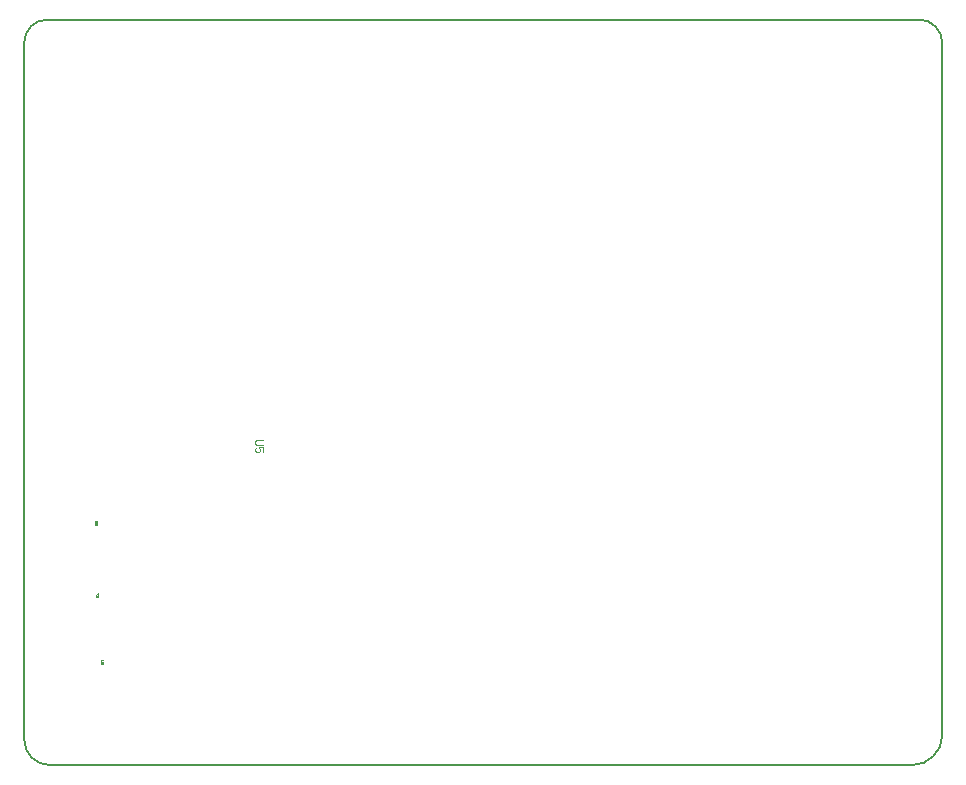
<source format=gm1>
G04*
G04 #@! TF.GenerationSoftware,Altium Limited,Altium Designer,24.9.1 (31)*
G04*
G04 Layer_Color=16711935*
%FSLAX44Y44*%
%MOMM*%
G71*
G04*
G04 #@! TF.SameCoordinates,DBAFCBE9-9C6E-486A-AB20-CA00A55F4774*
G04*
G04*
G04 #@! TF.FilePolarity,Positive*
G04*
G01*
G75*
%ADD11C,0.2000*%
%ADD141C,0.0254*%
%ADD142C,0.1016*%
D11*
X754380Y2540D02*
G03*
X779780Y27940I0J25400D01*
G01*
X2540Y24039D02*
G03*
X24039Y2540I21499J-0D01*
G01*
X22002Y633730D02*
G03*
X2540Y614268I0J-19462D01*
G01*
X779780Y614268D02*
G03*
X760318Y633730I-19462J0D01*
G01*
X24039Y2540D02*
X754380D01*
X779780Y27940D02*
Y614268D01*
X22002Y633730D02*
X760318D01*
X2540Y614268D02*
X2540Y24039D01*
D141*
X64511Y205740D02*
X62819D01*
X62480Y206078D01*
Y206756D01*
X62819Y207094D01*
X64511D01*
X64173Y207771D02*
X64511Y208110D01*
Y208787D01*
X64173Y209125D01*
X63834D01*
X63496Y208787D01*
X63157Y209125D01*
X62819D01*
X62480Y208787D01*
Y208110D01*
X62819Y207771D01*
X63157D01*
X63496Y208110D01*
X63834Y207771D01*
X64173D01*
X63496Y208110D02*
Y208787D01*
X69341Y91440D02*
X67649D01*
X67310Y91102D01*
Y90424D01*
X67649Y90086D01*
X69341D01*
Y88055D02*
X69003Y88732D01*
X68326Y89409D01*
X67649D01*
X67310Y89070D01*
Y88393D01*
X67649Y88055D01*
X67987D01*
X68326Y88393D01*
Y89409D01*
X65091Y144780D02*
X63399D01*
X63060Y145119D01*
Y145796D01*
X63399Y146134D01*
X65091D01*
Y146811D02*
Y148166D01*
X64753D01*
X63399Y146811D01*
X63060D01*
D142*
X204678Y277805D02*
X199388D01*
X198330Y276747D01*
Y274631D01*
X199388Y273573D01*
X204678D01*
Y267225D02*
Y271457D01*
X201504D01*
X202562Y269341D01*
Y268283D01*
X201504Y267225D01*
X199388D01*
X198330Y268283D01*
Y270399D01*
X199388Y271457D01*
M02*

</source>
